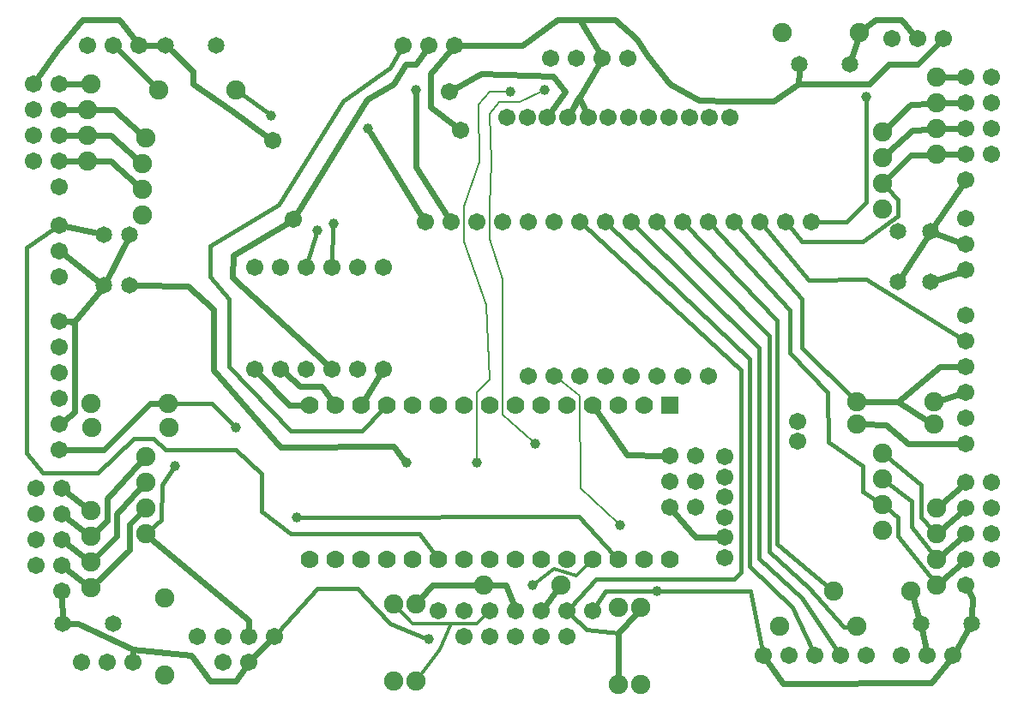
<source format=gbl>
G04 MADE WITH FRITZING*
G04 WWW.FRITZING.ORG*
G04 DOUBLE SIDED*
G04 HOLES PLATED*
G04 CONTOUR ON CENTER OF CONTOUR VECTOR*
%ASAXBY*%
%FSLAX23Y23*%
%MOIN*%
%OFA0B0*%
%SFA1.0B1.0*%
%ADD10C,0.039370*%
%ADD11C,0.067559*%
%ADD12C,0.075000*%
%ADD13C,0.065000*%
%ADD14C,0.070000*%
%ADD15R,0.070000X0.069972*%
%ADD16C,0.024000*%
%ADD17C,0.016000*%
%ADD18C,0.008000*%
%ADD19C,0.012000*%
%LNCOPPER0*%
G90*
G70*
G54D10*
X1018Y2271D03*
X1631Y232D03*
X1948Y2364D03*
X2081Y2369D03*
X1260Y1849D03*
X1198Y1825D03*
X880Y1056D03*
X643Y907D03*
X3331Y2344D03*
X1393Y2219D03*
X1581Y2369D03*
X2376Y678D03*
X1118Y707D03*
X2518Y419D03*
X1818Y919D03*
X2035Y442D03*
G54D11*
X2567Y946D03*
X2567Y846D03*
X2567Y746D03*
X2567Y946D03*
X2567Y846D03*
X2567Y746D03*
X2667Y746D03*
X2667Y846D03*
X2667Y946D03*
X3064Y1081D03*
X3064Y1002D03*
X2781Y944D03*
X2781Y865D03*
X2781Y787D03*
X2781Y708D03*
X2781Y629D03*
X2781Y550D03*
G54D10*
X1543Y919D03*
X2043Y994D03*
G54D11*
X93Y2394D03*
X93Y2294D03*
X93Y2194D03*
X93Y2094D03*
X106Y819D03*
X106Y719D03*
X106Y619D03*
X106Y519D03*
X1768Y244D03*
X1868Y244D03*
X1968Y244D03*
X2068Y244D03*
X2168Y244D03*
X3818Y844D03*
X3818Y744D03*
X3818Y644D03*
X3818Y544D03*
X3818Y2419D03*
X3818Y2319D03*
X3818Y2219D03*
X3818Y2119D03*
X1756Y2215D03*
X1712Y2364D03*
X1105Y1868D03*
X1024Y2172D03*
X731Y244D03*
X831Y244D03*
X931Y244D03*
X1031Y244D03*
X2106Y2494D03*
X2206Y2494D03*
X2306Y2494D03*
X2406Y2494D03*
X2718Y1258D03*
X2618Y1258D03*
X2518Y1258D03*
X2418Y1258D03*
X2318Y1258D03*
X2218Y1258D03*
X2118Y1258D03*
X2018Y1258D03*
X3118Y1857D03*
X3018Y1857D03*
X2918Y1857D03*
X2818Y1857D03*
X2718Y1857D03*
X2618Y1857D03*
X2518Y1857D03*
X2418Y1857D03*
X2318Y1857D03*
X2218Y1857D03*
X2118Y1857D03*
X2018Y1857D03*
X1918Y1857D03*
X1818Y1857D03*
X1718Y1857D03*
X1618Y1857D03*
X3718Y1494D03*
X3718Y1394D03*
X3718Y1294D03*
X3718Y1194D03*
X3718Y1094D03*
X3718Y994D03*
X193Y1469D03*
X193Y1369D03*
X193Y1269D03*
X193Y1169D03*
X193Y1069D03*
X193Y969D03*
X2931Y169D03*
X3031Y169D03*
X3131Y169D03*
X3231Y169D03*
X3331Y169D03*
X1668Y344D03*
X1768Y344D03*
X1868Y344D03*
X1968Y344D03*
X2068Y344D03*
X2168Y344D03*
X2268Y344D03*
X3718Y844D03*
X3718Y744D03*
X3718Y644D03*
X3718Y544D03*
X3718Y444D03*
X206Y819D03*
X206Y719D03*
X206Y619D03*
X206Y519D03*
X206Y419D03*
X3718Y2419D03*
X3718Y2319D03*
X3718Y2219D03*
X3718Y2119D03*
X3718Y2019D03*
X193Y2394D03*
X193Y2294D03*
X193Y2194D03*
X193Y2094D03*
X193Y1994D03*
X831Y144D03*
X931Y144D03*
X3718Y1869D03*
X3718Y1769D03*
X3718Y1669D03*
X193Y1844D03*
X193Y1744D03*
X193Y1644D03*
X3468Y169D03*
X3568Y169D03*
X3668Y169D03*
X281Y144D03*
X381Y144D03*
X481Y144D03*
X3431Y2569D03*
X3531Y2569D03*
X3631Y2569D03*
X306Y2544D03*
X406Y2544D03*
X506Y2544D03*
X1531Y2544D03*
X1631Y2544D03*
X1731Y2544D03*
G54D12*
X581Y2369D03*
X881Y2369D03*
X3306Y2594D03*
X3006Y2594D03*
X606Y94D03*
X606Y394D03*
X3506Y419D03*
X3206Y419D03*
G54D13*
X3581Y1819D03*
X3581Y1622D03*
X3456Y1819D03*
X3456Y1622D03*
X468Y1807D03*
X468Y1610D03*
X368Y1807D03*
X368Y1610D03*
G54D12*
X3293Y282D03*
X2993Y282D03*
X2456Y357D03*
X2456Y57D03*
X2368Y357D03*
X2368Y57D03*
X3606Y444D03*
X3394Y656D03*
X318Y432D03*
X530Y644D03*
X3606Y2119D03*
X3394Y1907D03*
X306Y2094D03*
X518Y1882D03*
X1843Y442D03*
X2143Y442D03*
X3606Y544D03*
X3394Y756D03*
X318Y532D03*
X530Y744D03*
X3606Y2219D03*
X3394Y2007D03*
X306Y2194D03*
X518Y1982D03*
X3293Y1157D03*
X3593Y1157D03*
X3593Y1069D03*
X3293Y1069D03*
X621Y1056D03*
X321Y1056D03*
X317Y1149D03*
X617Y1149D03*
X1493Y369D03*
X1493Y69D03*
X1581Y369D03*
X1581Y69D03*
X3393Y957D03*
X3605Y745D03*
X3393Y857D03*
X3605Y645D03*
X531Y844D03*
X319Y632D03*
X531Y944D03*
X319Y732D03*
X3393Y2107D03*
X3605Y2319D03*
X3393Y2207D03*
X3605Y2419D03*
X531Y2182D03*
X319Y2394D03*
X518Y2082D03*
X306Y2294D03*
G54D13*
X806Y2544D03*
X609Y2544D03*
X3268Y2469D03*
X3071Y2469D03*
X406Y294D03*
X209Y294D03*
X3543Y294D03*
X3740Y294D03*
G54D11*
X1935Y2265D03*
X2014Y2265D03*
X2092Y2265D03*
X2171Y2265D03*
X2250Y2265D03*
X2329Y2265D03*
X2407Y2265D03*
X2486Y2265D03*
X2565Y2265D03*
X2644Y2265D03*
X2722Y2265D03*
X2801Y2265D03*
G54D14*
X2568Y1144D03*
X2468Y1144D03*
X2368Y1144D03*
X2268Y1144D03*
X2168Y1144D03*
X2068Y1144D03*
X1968Y1144D03*
X1868Y1144D03*
X1768Y1144D03*
X1668Y1144D03*
X1568Y1144D03*
X1468Y1144D03*
X1368Y1144D03*
X1268Y1144D03*
X1168Y1144D03*
X2568Y544D03*
X2468Y544D03*
X2368Y544D03*
X2268Y544D03*
X2168Y544D03*
X2068Y544D03*
X1968Y544D03*
X1868Y544D03*
X1768Y544D03*
X1668Y544D03*
X1568Y544D03*
X1468Y544D03*
X1368Y544D03*
X1268Y544D03*
X1168Y544D03*
G54D11*
X954Y1680D03*
X1054Y1680D03*
X1154Y1680D03*
X1254Y1680D03*
X1354Y1680D03*
X1454Y1680D03*
X954Y1285D03*
X1054Y1285D03*
X1154Y1285D03*
X1254Y1285D03*
X1354Y1285D03*
X1454Y1285D03*
G54D15*
X2568Y1144D03*
G54D16*
X2401Y950D02*
X2542Y946D01*
D02*
X2285Y1120D02*
X2401Y950D01*
G54D17*
D02*
X900Y2356D02*
X1007Y2279D01*
D02*
X1259Y1836D02*
X1254Y1699D01*
D02*
X1194Y1812D02*
X1159Y1698D01*
D02*
X593Y832D02*
X590Y696D01*
D02*
X590Y696D02*
X548Y659D01*
D02*
X636Y895D02*
X593Y832D01*
D02*
X789Y1150D02*
X871Y1066D01*
D02*
X640Y1149D02*
X789Y1150D01*
D02*
X3331Y1932D02*
X3331Y2331D01*
D02*
X3256Y1856D02*
X3331Y1932D01*
D02*
X3138Y1857D02*
X3256Y1856D01*
D02*
X3456Y1881D02*
X3456Y1943D01*
D02*
X3456Y1943D02*
X3410Y1990D01*
D02*
X3318Y1781D02*
X3456Y1881D01*
D02*
X3080Y1781D02*
X3318Y1781D01*
D02*
X3031Y1842D02*
X3080Y1781D01*
D02*
X3331Y1632D02*
X3702Y1404D01*
D02*
X3107Y1630D02*
X3331Y1632D01*
D02*
X2931Y1842D02*
X3107Y1630D01*
D02*
X3318Y907D02*
X3183Y1000D01*
D02*
X3318Y807D02*
X3318Y907D01*
D02*
X3182Y1193D02*
X3033Y1347D01*
D02*
X3033Y1347D02*
X3033Y1515D01*
D02*
X3183Y1000D02*
X3182Y1193D01*
D02*
X3033Y1515D02*
X2731Y1842D01*
D02*
X3375Y769D02*
X3318Y807D01*
D02*
X3131Y479D02*
X3188Y433D01*
D02*
X2984Y603D02*
X3131Y479D01*
D02*
X2984Y1472D02*
X2984Y603D01*
D02*
X2632Y1843D02*
X2984Y1472D01*
D02*
X3082Y1366D02*
X3277Y1173D01*
D02*
X3082Y1557D02*
X3082Y1366D01*
D02*
X2831Y1842D02*
X3082Y1557D01*
D02*
X3107Y432D02*
X3244Y281D01*
D02*
X3244Y281D02*
X3270Y281D01*
D02*
X2953Y572D02*
X3107Y432D01*
D02*
X2953Y1415D02*
X2953Y572D01*
D02*
X2532Y1843D02*
X2953Y1415D01*
D02*
X3080Y394D02*
X2916Y548D01*
D02*
X2916Y548D02*
X2916Y1366D01*
D02*
X2916Y1366D02*
X2432Y1843D01*
D02*
X3220Y185D02*
X3080Y394D01*
D02*
X3044Y356D02*
X3123Y187D01*
D02*
X2877Y516D02*
X3044Y356D01*
D02*
X2879Y1322D02*
X2877Y516D01*
D02*
X2332Y1843D02*
X2879Y1322D01*
D02*
X2843Y1281D02*
X2233Y1844D01*
D02*
X2843Y494D02*
X2843Y1281D01*
D02*
X2817Y468D02*
X2843Y494D01*
D02*
X2280Y468D02*
X2817Y468D01*
D02*
X2181Y358D02*
X2280Y468D01*
G54D18*
D02*
X2221Y820D02*
X2366Y687D01*
D02*
X2219Y1181D02*
X2221Y820D01*
D02*
X2133Y1246D02*
X2219Y1181D01*
G54D16*
D02*
X2184Y2286D02*
X2293Y2473D01*
D02*
X1835Y2433D02*
X1734Y2376D01*
D02*
X2116Y2425D02*
X1835Y2433D01*
D02*
X2160Y2364D02*
X2116Y2425D01*
D02*
X2106Y2285D02*
X2160Y2364D01*
D02*
X1403Y2203D02*
X1605Y1878D01*
D02*
X1582Y2069D02*
X1581Y2350D01*
D02*
X1705Y1878D02*
X1582Y2069D01*
G54D17*
D02*
X1427Y350D02*
X1353Y429D01*
D02*
X1353Y429D02*
X1197Y429D01*
D02*
X1480Y294D02*
X1427Y350D01*
D02*
X1618Y237D02*
X1480Y294D01*
D02*
X1197Y429D02*
X1044Y259D01*
D02*
X2214Y709D02*
X2352Y561D01*
D02*
X1132Y707D02*
X2214Y709D01*
D02*
X2880Y420D02*
X2532Y419D01*
D02*
X2927Y188D02*
X2880Y420D01*
D02*
X2317Y420D02*
X2505Y419D01*
D02*
X2279Y360D02*
X2317Y420D01*
G54D18*
D02*
X1868Y1244D02*
X1854Y1533D01*
D02*
X1854Y1533D02*
X1768Y1780D01*
D02*
X1818Y1032D02*
X1818Y1194D01*
D02*
X1818Y1194D02*
X1868Y1244D01*
D02*
X1768Y1780D02*
X1768Y1916D01*
D02*
X1824Y2314D02*
X1868Y2364D01*
D02*
X1868Y2364D02*
X1935Y2364D01*
D02*
X1829Y2091D02*
X1824Y2314D01*
D02*
X1768Y1916D02*
X1829Y2091D01*
D02*
X1818Y933D02*
X1818Y1032D01*
G54D16*
D02*
X1013Y227D02*
X948Y162D01*
G54D19*
D02*
X1676Y194D02*
X1719Y294D01*
D02*
X1595Y87D02*
X1676Y194D01*
D02*
X1719Y294D02*
X1581Y294D01*
D02*
X1581Y294D02*
X1818Y294D01*
D02*
X1818Y294D02*
X1855Y331D01*
D02*
X1595Y87D02*
X1676Y194D01*
D02*
X1676Y194D02*
X1719Y294D01*
D02*
X1719Y294D02*
X1567Y294D01*
D02*
X1567Y294D02*
X1510Y353D01*
G54D16*
D02*
X1643Y444D02*
X1814Y442D01*
D02*
X1599Y391D02*
X1643Y444D01*
D02*
X1931Y443D02*
X1960Y367D01*
D02*
X1871Y442D02*
X1931Y443D01*
D02*
X931Y307D02*
X552Y625D01*
D02*
X931Y269D02*
X931Y307D01*
G54D19*
D02*
X2119Y507D02*
X2045Y450D01*
D02*
X2206Y481D02*
X2119Y507D01*
D02*
X2252Y527D02*
X2206Y481D01*
G54D16*
D02*
X2669Y631D02*
X2580Y731D01*
D02*
X2762Y630D02*
X2669Y631D01*
D02*
X3704Y1999D02*
X3595Y1840D01*
G54D17*
D02*
X1593Y644D02*
X1654Y563D01*
D02*
X1093Y644D02*
X1593Y644D01*
D02*
X980Y731D02*
X1093Y644D01*
D02*
X980Y876D02*
X980Y731D01*
D02*
X880Y970D02*
X980Y876D01*
D02*
X607Y970D02*
X880Y970D01*
D02*
X560Y1012D02*
X607Y970D01*
D02*
X484Y1012D02*
X560Y1012D01*
D02*
X344Y881D02*
X484Y1012D01*
D02*
X130Y881D02*
X344Y881D01*
D02*
X68Y957D02*
X130Y881D01*
D02*
X68Y1757D02*
X68Y957D01*
D02*
X178Y1833D02*
X68Y1757D01*
G54D16*
D02*
X2218Y2643D02*
X2293Y2516D01*
D02*
X2437Y2570D02*
X2356Y2642D01*
D02*
X2482Y2505D02*
X2437Y2570D01*
D02*
X2356Y2642D02*
X2218Y2643D01*
D02*
X2804Y2327D02*
X2682Y2330D01*
D02*
X2682Y2330D02*
X2568Y2394D01*
D02*
X2568Y2394D02*
X2482Y2505D01*
D02*
X2971Y2327D02*
X2804Y2327D01*
D02*
X3069Y2394D02*
X2971Y2327D01*
D02*
X3071Y2444D02*
X3069Y2394D01*
D02*
X714Y2394D02*
X714Y2444D01*
D02*
X864Y2290D02*
X714Y2394D01*
D02*
X714Y2444D02*
X627Y2527D01*
D02*
X1004Y2187D02*
X864Y2290D01*
D02*
X1383Y1169D02*
X1441Y1264D01*
D02*
X693Y1607D02*
X493Y1610D01*
D02*
X793Y1518D02*
X693Y1607D01*
D02*
X793Y1281D02*
X793Y1518D01*
D02*
X1056Y981D02*
X793Y1281D01*
D02*
X1493Y982D02*
X1056Y981D01*
D02*
X1531Y934D02*
X1493Y982D01*
G54D17*
D02*
X780Y1643D02*
X782Y1762D01*
D02*
X856Y1557D02*
X780Y1643D01*
D02*
X1049Y1924D02*
X1297Y2327D01*
D02*
X1480Y2456D02*
X1521Y2527D01*
D02*
X1297Y2327D02*
X1480Y2456D01*
D02*
X782Y1762D02*
X1049Y1924D01*
D02*
X856Y1294D02*
X856Y1557D01*
D02*
X1093Y1043D02*
X856Y1294D01*
D02*
X1371Y1044D02*
X1093Y1043D01*
D02*
X1452Y1127D02*
X1371Y1044D01*
G54D18*
D02*
X1918Y1632D02*
X1918Y1194D01*
D02*
X1918Y1194D02*
X1918Y1107D01*
D02*
X1918Y1107D02*
X2033Y1003D01*
D02*
X1868Y1789D02*
X1918Y1632D01*
D02*
X1868Y1916D02*
X1868Y1789D01*
D02*
X1868Y2277D02*
X1874Y2091D01*
D02*
X1874Y2091D02*
X1868Y1916D01*
D02*
X1985Y2322D02*
X1904Y2322D01*
D02*
X1904Y2322D02*
X1868Y2277D01*
D02*
X2069Y2363D02*
X1985Y2322D01*
G54D16*
D02*
X256Y1470D02*
X218Y1470D01*
D02*
X353Y1590D02*
X256Y1470D01*
D02*
X256Y1468D02*
X218Y1469D01*
D02*
X256Y1118D02*
X256Y1468D01*
D02*
X213Y1084D02*
X256Y1118D01*
D02*
X226Y804D02*
X296Y749D01*
D02*
X218Y969D02*
X369Y970D01*
D02*
X547Y1150D02*
X589Y1149D01*
D02*
X369Y970D02*
X547Y1150D01*
D02*
X480Y194D02*
X480Y169D01*
D02*
X268Y294D02*
X480Y194D01*
D02*
X234Y294D02*
X268Y294D01*
D02*
X206Y394D02*
X208Y319D01*
D02*
X881Y69D02*
X917Y123D01*
D02*
X780Y70D02*
X881Y69D01*
D02*
X707Y170D02*
X780Y70D01*
D02*
X480Y194D02*
X707Y170D01*
D02*
X480Y169D02*
X480Y194D01*
D02*
X2125Y419D02*
X2083Y364D01*
G54D17*
D02*
X2367Y131D02*
X2368Y80D01*
D02*
X2369Y257D02*
X2367Y131D01*
D02*
X2243Y270D02*
X2369Y257D01*
D02*
X2182Y331D02*
X2243Y270D01*
G54D16*
D02*
X3563Y194D02*
X3548Y270D01*
D02*
X3514Y392D02*
X3536Y318D01*
D02*
X3728Y273D02*
X3681Y191D01*
D02*
X3407Y1067D02*
X3322Y1069D01*
D02*
X3493Y994D02*
X3407Y1067D01*
D02*
X3693Y994D02*
X3493Y994D01*
D02*
X3456Y1156D02*
X3569Y1084D01*
D02*
X3456Y1157D02*
X3456Y1156D01*
D02*
X3617Y1294D02*
X3456Y1157D01*
D02*
X3693Y1294D02*
X3617Y1294D01*
D02*
X3621Y1165D02*
X3695Y1187D01*
D02*
X3367Y2644D02*
X3328Y2612D01*
D02*
X3469Y2643D02*
X3367Y2644D01*
D02*
X3515Y2588D02*
X3469Y2643D01*
D02*
X3531Y2470D02*
X3613Y2552D01*
D02*
X3418Y2469D02*
X3531Y2470D01*
D02*
X3343Y2394D02*
X3418Y2469D01*
D02*
X3069Y2394D02*
X3343Y2394D01*
D02*
X3071Y2444D02*
X3069Y2394D01*
D02*
X3298Y2567D02*
X3276Y2493D01*
D02*
X1216Y1216D02*
X1251Y1168D01*
D02*
X1130Y1216D02*
X1216Y1216D01*
D02*
X1072Y1269D02*
X1130Y1216D01*
D02*
X1087Y1143D02*
X971Y1267D01*
D02*
X1139Y1144D02*
X1087Y1143D01*
D02*
X869Y1639D02*
X1235Y1302D01*
D02*
X870Y1726D02*
X869Y1639D01*
D02*
X1083Y1855D02*
X870Y1726D01*
D02*
X2218Y2643D02*
X2293Y2516D01*
D02*
X2131Y2643D02*
X2218Y2643D01*
D02*
X1993Y2543D02*
X2131Y2643D01*
D02*
X1756Y2544D02*
X1993Y2543D01*
D02*
X1638Y2433D02*
X1715Y2525D01*
D02*
X1638Y2302D02*
X1638Y2433D01*
D02*
X1736Y2230D02*
X1638Y2302D01*
D02*
X2216Y2345D02*
X2183Y2287D01*
D02*
X2240Y2288D02*
X2216Y2345D01*
D02*
X1494Y2393D02*
X1390Y2333D01*
D02*
X1390Y2333D02*
X1115Y1884D01*
D02*
X1582Y2470D02*
X1542Y2470D01*
D02*
X1542Y2470D02*
X1494Y2393D01*
D02*
X1620Y2528D02*
X1582Y2470D01*
D02*
X3743Y394D02*
X3741Y319D01*
D02*
X3729Y422D02*
X3743Y394D01*
D02*
X3456Y1156D02*
X3322Y1157D01*
D02*
X3569Y1084D02*
X3456Y1156D01*
D02*
X3700Y828D02*
X3627Y763D01*
D02*
X3700Y728D02*
X3627Y663D01*
D02*
X3700Y628D02*
X3627Y563D01*
G54D17*
D02*
X3507Y770D02*
X3412Y843D01*
D02*
X3507Y670D02*
X3507Y770D01*
D02*
X3592Y562D02*
X3507Y670D01*
D02*
X3544Y832D02*
X3411Y942D01*
D02*
X3544Y707D02*
X3544Y832D01*
D02*
X3589Y661D02*
X3544Y707D01*
D02*
X3456Y632D02*
X3591Y462D01*
D02*
X3456Y707D02*
X3456Y632D01*
D02*
X3412Y742D02*
X3456Y707D01*
G54D16*
D02*
X3627Y463D02*
X3700Y528D01*
D02*
X2369Y257D02*
X2437Y335D01*
D02*
X2369Y131D02*
X2369Y257D01*
D02*
X2369Y85D02*
X2369Y131D01*
D02*
X296Y449D02*
X225Y504D01*
D02*
X225Y604D02*
X296Y549D01*
D02*
X380Y694D02*
X380Y781D01*
D02*
X380Y781D02*
X511Y923D01*
D02*
X339Y652D02*
X380Y694D01*
D02*
X418Y632D02*
X418Y719D01*
D02*
X418Y719D02*
X512Y823D01*
D02*
X338Y552D02*
X418Y632D01*
D02*
X469Y581D02*
X339Y452D01*
D02*
X469Y681D02*
X469Y581D01*
D02*
X510Y723D02*
X469Y681D01*
D02*
X226Y704D02*
X296Y649D01*
D02*
X344Y1812D02*
X218Y1839D01*
D02*
X213Y1729D02*
X349Y1625D01*
D02*
X457Y1784D02*
X380Y1632D01*
D02*
X407Y2294D02*
X510Y2201D01*
D02*
X335Y2294D02*
X407Y2294D01*
D02*
X393Y2194D02*
X497Y2101D01*
D02*
X334Y2194D02*
X393Y2194D01*
D02*
X393Y2094D02*
X334Y2094D01*
D02*
X497Y2001D02*
X393Y2094D01*
D02*
X218Y2294D02*
X278Y2294D01*
D02*
X218Y2394D02*
X290Y2394D01*
D02*
X277Y2094D02*
X218Y2094D01*
D02*
X561Y2389D02*
X423Y2527D01*
D02*
X584Y2544D02*
X531Y2544D01*
D02*
X3693Y2419D02*
X3634Y2419D01*
D02*
X3693Y2319D02*
X3634Y2319D01*
D02*
X3693Y2219D02*
X3634Y2219D01*
D02*
X3634Y2119D02*
X3693Y2119D01*
D02*
X3504Y2116D02*
X3577Y2118D01*
D02*
X3414Y2027D02*
X3504Y2116D01*
D02*
X3511Y2214D02*
X3414Y2126D01*
D02*
X3577Y2218D02*
X3511Y2214D01*
D02*
X3504Y2314D02*
X3414Y2227D01*
D02*
X3577Y2317D02*
X3504Y2314D01*
D02*
X3604Y1811D02*
X3695Y1778D01*
D02*
X3604Y1630D02*
X3695Y1661D01*
D02*
X3568Y1798D02*
X3469Y1643D01*
D02*
X218Y2194D02*
X277Y2194D01*
D02*
X429Y2642D02*
X490Y2564D01*
D02*
X286Y2642D02*
X429Y2642D01*
D02*
X188Y2526D02*
X286Y2642D01*
D02*
X108Y2414D02*
X188Y2526D01*
D02*
X3584Y63D02*
X3009Y59D01*
D02*
X3009Y59D02*
X2945Y149D01*
D02*
X3653Y150D02*
X3584Y63D01*
G04 End of Copper0*
M02*
</source>
